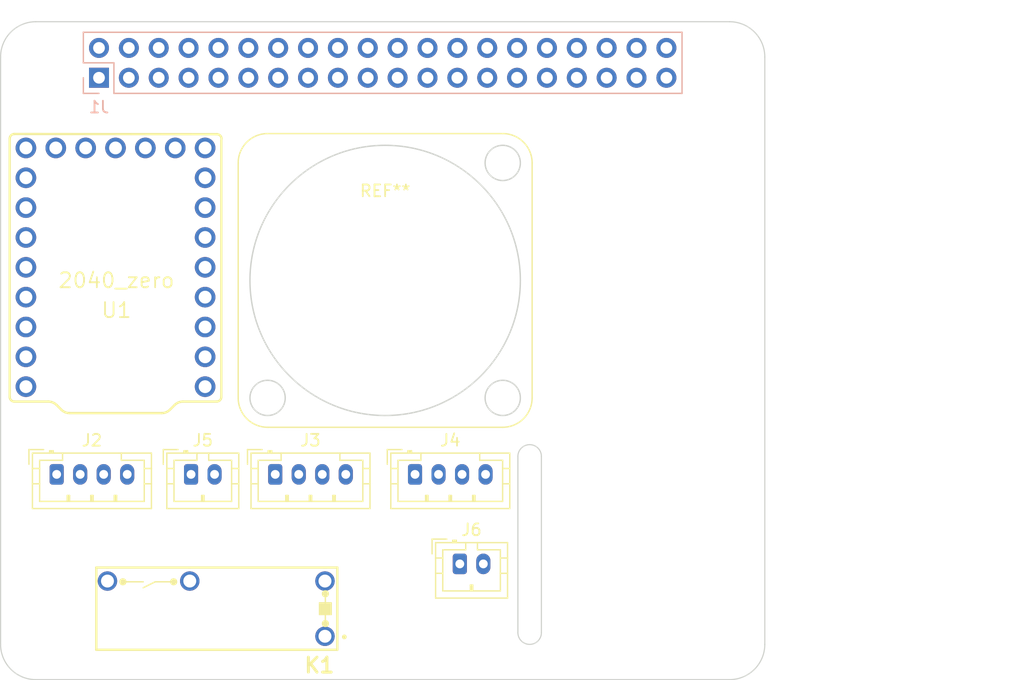
<source format=kicad_pcb>
(kicad_pcb (version 20211014) (generator pcbnew)
  (title_block (date "15 nov 2012"))
  (layers (0 "F.Cu" signal) (31 "B.Cu" signal) (34 "B.Paste" user) (35 "F.Paste" user) (36 "B.SilkS" user "B.Silkscreen") (37 "F.SilkS" user "F.Silkscreen") (38 "B.Mask" user) (39 "F.Mask" user) (44 "Edge.Cuts" user))
  (net 0 "")
  (net 1 "GND")
  (net 2 "RPi_3V3")
  (net 3 "RPi_5V")
  (net 4 "PRi_2")
  (net 5 "PRi_3")
  (net 6 "PRi_4")
  (net 7 "PRi_14")
  (net 8 "PRi_15")
  (net 9 "PRi_17")
  (net 10 "PRi_18")
  (net 11 "PRi_27")
  (net 12 "PRi_22")
  (net 13 "PRi_23")
  (net 14 "PRi_24")
  (net 15 "PRi_10")
  (net 16 "PRi_9")
  (net 17 "PRi_25")
  (net 18 "PRi_11")
  (net 19 "/ID_SDA")
  (net 20 "/ID_SCL")
  (net 21 "PRi_8")
  (net 22 "PRi_7")
  (net 23 "PRi_5")
  (net 24 "PRi_6")
  (net 25 "PRi_12")
  (net 26 "PRi_13")
  (net 27 "PRi_19")
  (net 28 "PRi_16")
  (net 29 "PRi_26")
  (net 30 "PRi_20")
  (net 31 "PRi_21")
  (net 32 "Pico_0")
  (net 33 "Pico_1")
  (net 34 "Pico_2")
  (net 35 "Pico_3")
  (net 36 "Pico_4")
  (net 37 "Pico_5")
  (net 38 "Pico_6")
  (net 39 "Pico_7")
  (net 40 "Pico_8")
  (net 41 "Pico_9")
  (net 42 "Pico_10")
  (net 43 "Pico_11")
  (net 44 "Pico_12")
  (net 45 "Pico_13")
  (net 46 "Pico_14")
  (net 47 "Pico_15")
  (net 48 "Pico_26")
  (net 49 "Pico_27")
  (net 50 "Pico_28")
  (net 51 "Pico_29")
  (net 52 "Pico_3V3")
  (net 53 "Pico_5V")
  (footprint "MountingHole:MountingHole_2.7mm_M2.5" (layer "F.Cu") (at 158 51)
    (fp_text reference "MH2" hide)
    (fp_text value "MountingHole_2.7mm_M2.5" hide)
    (pad "" np_thru_hole circle locked (at 0 0) (size 2.7 2.7) (drill 2.7) (layers *.Cu *.Mask))
  )
  (footprint "Connector_JST:JST_PH_B4B-PH-K_1x04_P2.00mm_Vertical" (layer "F.Cu") (at 101.27 86.03)
    (fp_text reference "J2" (at 3 -2.9) (layer "F.SilkS"))
    (fp_text value "start button")
    (fp_line (start 8.06 -0.5) (end 7.45 -0.5) (layer "F.SilkS") (width 0.12))
    (fp_line (start 1.1 1.8) (end 1.1 2.3) (layer "F.SilkS") (width 0.12))
    (fp_line (start 0.9 2.3) (end 0.9 1.8) (layer "F.SilkS") (width 0.12))
    (fp_line (start 3 2.3) (end 3 1.8) (layer "F.SilkS") (width 0.12))
    (fp_line (start 2.9 1.8) (end 3.1 1.8) (layer "F.SilkS") (width 0.12))
    (fp_line (start 0.9 1.8) (end 1.1 1.8) (layer "F.SilkS") (width 0.12))
    (fp_line (start 5.5 -1.2) (end 5.5 -1.81) (layer "F.SilkS") (width 0.12))
    (fp_line (start -2.06 2.91) (end 8.06 2.91) (layer "F.SilkS") (width 0.12))
    (fp_line (start -1.45 -1.2) (end -1.45 2.3) (layer "F.SilkS") (width 0.12))
    (fp_line (start 8.06 2.91) (end 8.06 -1.81) (layer "F.SilkS") (width 0.12))
    (fp_line (start 7.45 -1.2) (end 5.5 -1.2) (layer "F.SilkS") (width 0.12))
    (fp_line (start 1 2.3) (end 1 1.8) (layer "F.SilkS") (width 0.12))
    (fp_line (start -0.3 -1.81) (end -0.3 -2.01) (layer "F.SilkS") (width 0.12))
    (fp_line (start -0.3 -2.01) (end -0.6 -2.01) (layer "F.SilkS") (width 0.12))
    (fp_line (start -1.45 2.3) (end 7.45 2.3) (layer "F.SilkS") (width 0.12))
    (fp_line (start 3.1 1.8) (end 3.1 2.3) (layer "F.SilkS") (width 0.12))
    (fp_line (start -2.06 -1.81) (end -2.06 2.91) (layer "F.SilkS") (width 0.12))
    (fp_line (start 4.9 1.8) (end 5.1 1.8) (layer "F.SilkS") (width 0.12))
    (fp_line (start -1.11 -2.11) (end -2.36 -2.11) (layer "F.SilkS") (width 0.12))
    (fp_line (start 5 2.3) (end 5 1.8) (layer "F.SilkS") (width 0.12))
    (fp_line (start 8.06 0.8) (end 7.45 0.8) (layer "F.SilkS") (width 0.12))
    (fp_line (start 4.9 2.3) (end 4.9 1.8) (layer "F.SilkS") (width 0.12))
    (fp_line (start -2.06 0.8) (end -1.45 0.8) (layer "F.SilkS") (width 0.12))
    (fp_line (start -0.3 -1.91) (end -0.6 -1.91) (layer "F.SilkS") (width 0.12))
    (fp_line (start 0.5 -1.2) (end -1.45 -1.2) (layer "F.SilkS") (width 0.12))
    (fp_line (start 8.06 -1.81) (end -2.06 -1.81) (layer "F.SilkS") (width 0.12))
    (fp_line (start 5.1 1.8) (end 5.1 2.3) (layer "F.SilkS") (width 0.12))
    (fp_line (start 7.45 2.3) (end 7.45 -1.2) (layer "F.SilkS") (width 0.12))
    (fp_line (start -2.06 -0.5) (end -1.45 -0.5) (layer "F.SilkS") (width 0.12))
    (fp_line (start 2.9 2.3) (end 2.9 1.8) (layer "F.SilkS") (width 0.12))
    (fp_line (start -2.36 -2.11) (end -2.36 -0.86) (layer "F.SilkS") (width 0.12))
    (fp_line (start 0.5 -1.81) (end 0.5 -1.2) (layer "F.SilkS") (width 0.12))
    (fp_line (start -0.6 -2.01) (end -0.6 -1.81) (layer "F.SilkS") (width 0.12))
    (pad "1" thru_hole roundrect (at 0 0) (size 1.2 1.75) (drill 0.75) (layers *.Cu *.Mask) (roundrect_rratio 0.208333))
    (pad "2" thru_hole oval (at 2 0) (size 1.2 1.75) (drill 0.75) (layers *.Cu *.Mask))
    (pad "3" thru_hole oval (at 4 0) (size 1.2 1.75) (drill 0.75) (layers *.Cu *.Mask))
    (pad "4" thru_hole oval (at 6 0) (size 1.2 1.75) (drill 0.75) (layers *.Cu *.Mask))
  )
  (footprint "Connector_JST:JST_PH_B4B-PH-K_1x04_P2.00mm_Vertical" (layer "F.Cu") (at 131.75 86.03)
    (fp_text reference "J4" (at 3 -2.9) (layer "F.SilkS"))
    (fp_text value "RPi_relay")
    (fp_line (start 2.9 2.3) (end 2.9 1.8) (layer "F.SilkS") (width 0.12))
    (fp_line (start -2.36 -2.11) (end -2.36 -0.86) (layer "F.SilkS") (width 0.12))
    (fp_line (start 3.1 1.8) (end 3.1 2.3) (layer "F.SilkS") (width 0.12))
    (fp_line (start 4.9 1.8) (end 5.1 1.8) (layer "F.SilkS") (width 0.12))
    (fp_line (start -0.6 -2.01) (end -0.6 -1.81) (layer "F.SilkS") (width 0.12))
    (fp_line (start -0.3 -1.81) (end -0.3 -2.01) (layer "F.SilkS") (width 0.12))
    (fp_line (start 3 2.3) (end 3 1.8) (layer "F.SilkS") (width 0.12))
    (fp_line (start 0.9 1.8) (end 1.1 1.8) (layer "F.SilkS") (width 0.12))
    (fp_line (start -2.06 -0.5) (end -1.45 -0.5) (layer "F.SilkS") (width 0.12))
    (fp_line (start 8.06 2.91) (end 8.06 -1.81) (layer "F.SilkS") (width 0.12))
    (fp_line (start 5.1 1.8) (end 5.1 2.3) (layer "F.SilkS") (width 0.12))
    (fp_line (start -1.45 -1.2) (end -1.45 2.3) (layer "F.SilkS") (width 0.12))
    (fp_line (start -1.11 -2.11) (end -2.36 -2.11) (layer "F.SilkS") (width 0.12))
    (fp_line (start 8.06 -1.81) (end -2.06 -1.81) (layer "F.SilkS") (width 0.12))
    (fp_line (start 1.1 1.8) (end 1.1 2.3) (layer "F.SilkS") (width 0.12))
    (fp_line (start -0.3 -2.01) (end -0.6 -2.01) (layer "F.SilkS") (width 0.12))
    (fp_line (start -2.06 2.91) (end 8.06 2.91) (layer "F.SilkS") (width 0.12))
    (fp_line (start 5.5 -1.2) (end 5.5 -1.81) (layer "F.SilkS") (width 0.12))
    (fp_line (start 8.06 -0.5) (end 7.45 -0.5) (layer "F.SilkS") (width 0.12))
    (fp_line (start -1.45 2.3) (end 7.45 2.3) (layer "F.SilkS") (width 0.12))
    (fp_line (start 4.9 2.3) (end 4.9 1.8) (layer "F.SilkS") (width 0.12))
    (fp_line (start -2.06 -1.81) (end -2.06 2.91) (layer "F.SilkS") (width 0.12))
    (fp_line (start 8.06 0.8) (end 7.45 0.8) (layer "F.SilkS") (width 0.12))
    (fp_line (start -2.06 0.8) (end -1.45 0.8) (layer "F.SilkS") (width 0.12))
    (fp_line (start 0.5 -1.2) (end -1.45 -1.2) (layer "F.SilkS") (width 0.12))
    (fp_line (start 2.9 1.8) (end 3.1 1.8) (layer "F.SilkS") (width 0.12))
    (fp_line (start 0.5 -1.81) (end 0.5 -1.2) (layer "F.SilkS") (width 0.12))
    (fp_line (start 7.45 2.3) (end 7.45 -1.2) (layer "F.SilkS") (width 0.12))
    (fp_line (start 0.9 2.3) (end 0.9 1.8) (layer "F.SilkS") (width 0.12))
    (fp_line (start 5 2.3) (end 5 1.8) (layer "F.SilkS") (width 0.12))
    (fp_line (start 7.45 -1.2) (end 5.5 -1.2) (layer "F.SilkS") (width 0.12))
    (fp_line (start -0.3 -1.91) (end -0.6 -1.91) (layer "F.SilkS") (width 0.12))
    (fp_line (start 1 2.3) (end 1 1.8) (layer "F.SilkS") (width 0.12))
    (pad "1" thru_hole roundrect (at 0 0) (size 1.2 1.75) (drill 0.75) (layers *.Cu *.Mask) (roundrect_rratio 0.208333))
    (pad "2" thru_hole oval (at 2 0) (size 1.2 1.75) (drill 0.75) (layers *.Cu *.Mask))
    (pad "3" thru_hole oval (at 4 0) (size 1.2 1.75) (drill 0.75) (layers *.Cu *.Mask))
    (pad "4" thru_hole oval (at 6 0) (size 1.2 1.75) (drill 0.75) (layers *.Cu *.Mask))
  )
  (footprint "pixeltrace:rp2040_zero" (layer "F.Cu") (at 115.275 70.916591 180)
    (fp_text reference "U1" (at 8.925 -1.143409) (layer "F.SilkS") (effects (font (size 1.27 1.27))))
    (fp_text value "2040_zero" (at 8.925 1.396591) (layer "F.SilkS") (effects (font (size 1.27 1.27))))
    (fp_line (start 0.4 -8.917619) (end 3.265788 -8.917619) (layer "F.SilkS") (width 0.2))
    (fp_line (start 0.381 13.843) (end 17.6 13.862) (layer "F.SilkS") (width 0.2))
    (fp_line (start 18 -8.517619) (end 18 13.462) (layer "F.SilkS") (width 0.2))
    (fp_line (start 13.612893 -9.604725) (end 14.007106 -9.210512) (layer "F.SilkS") (width 0.2))
    (fp_line (start 14.714212 -8.917619) (end 17.6 -8.917619) (layer "F.SilkS") (width 0.2))
    (fp_line (start 3.972894 -9.210512) (end 4.367107 -9.604725) (layer "F.SilkS") (width 0.2))
    (fp_line (start 5.074213 -9.897619) (end 12.905787 -9.897619) (layer "F.SilkS") (width 0.2))
    (fp_line (start 0 13.335) (end 0 -8.517619) (layer "F.SilkS") (width 0.2))
    (fp_arc (start 17.6 -8.917619) (mid 17.882849 -8.800463) (end 18 -8.517619) (layer "F.SilkS") (width 0.2))
    (fp_arc (start 12.905787 -9.897619) (mid 13.288468 -9.821498) (end 13.612892 -9.604725) (layer "F.SilkS") (width 0.2))
    (fp_arc (start 0.381 13.843) (mid 0.098157 13.725843) (end -0.019 13.443) (layer "F.SilkS") (width 0.2))
    (fp_arc (start 14.714211 -8.917619) (mid 14.331527 -8.993737) (end 14.007106 -9.210512) (layer "F.SilkS") (width 0.2))
    (fp_arc (start 4.367107 -9.604725) (mid 4.691532 -9.821501) (end 5.074213 -9.89762) (layer "F.SilkS") (width 0.2))
    (fp_arc (start 3.972893 -9.210512) (mid 3.648471 -8.99374) (end 3.265788 -8.917619) (layer "F.SilkS") (width 0.2))
    (fp_arc (start 0 -8.517619) (mid 0.117157 -8.800462) (end 0.4 -8.917619) (layer "F.SilkS") (width 0.2))
    (fp_arc (start 18 13.462) (mid 17.882843 13.744843) (end 17.6 13.862) (layer "F.SilkS") (width 0.2))
    (pad "0" thru_hole circle (at 16.62 -7.647619 180) (size 1.7526 1.7526) (drill 1.0922) (layers *.Cu *.Mask) (net 32 "Pico_0"))
    (pad "1" thru_hole circle (at 16.62 -5.107619 180) (size 1.7526 1.7526) (drill 1.0922) (layers *.Cu *.Mask) (net 33 "Pico_1"))
    (pad "2" thru_hole circle (at 16.62 -2.567619 180) (size 1.7526 1.7526) (drill 1.0922) (layers *.Cu *.Mask) (net 34 "Pico_2"))
    (pad "3" thru_hole circle (at 16.62 -0.027619 180) (size 1.7526 1.7526) (drill 1.0922) (layers *.Cu *.Mask) (net 35 "Pico_3"))
    (pad "4" thru_hole circle (at 16.62 2.512381 180) (size 1.7526 1.7526) (drill 1.0922) (layers *.Cu *.Mask) (net 36 "Pico_4"))
    (pad "5" thru_hole circle (at 16.62 5.052381 180) (size 1.7526 1.7526) (drill 1.0922) (layers *.Cu *.Mask) (net 37 "Pico_5"))
    (pad "6" thru_hole circle (at 16.62 7.592381 180) (size 1.7526 1.7526) (drill 1.0922) (layers *.Cu *.Mask) (net 38 "Pico_6"))
    (pad "7" thru_hole circle (at 16.62 10.132381 180) (size 1.7526 1.7526) (drill 1.0922) (layers *.Cu *.Mask) (net 39 "Pico_7"))
    (pad "8" thru_hole circle (at 16.62 12.672381 180) (size 1.7526 1.7526) (drill 1.0922) (layers *.Cu *.Mask) (net 40 "Pico_8"))
    (pad "9" thru_hole circle (at 14.08 12.672381 270) (size 1.7526 1.7526) (drill 1.0922) (layers *.Cu *.Mask) (net 41 "Pico_9"))
    (pad "10" thru_hole circle (at 11.54 12.672381 270) (size 1.7526 1.7526) (drill 1.0922) (layers *.Cu *.Mask) (net 42 "Pico_10"))
    (pad "11" thru_hole circle (at 9 12.672381 270) (size 1.7526 1.7526) (drill 1.0922) (layers *.Cu *.Mask) (net 43 "Pico_11"))
    (pad "12" thru_hole circle (at 6.46 12.672381 270) (size 1.7526 1.7526) (drill 1.0922) (layers *.Cu *.Mask) (net 44 "Pico_12"))
    (pad "13" thru_hole circle (at 3.92 12.672381 270) (size 1.7526 1.7526) (drill 1.0922) (layers *.Cu *.Mask) (net 45 "Pico_13"))
    (pad "14" thru_hole circle (at 1.38 12.672381 180) (size 1.7526 1.7526) (drill 1.0922) (layers *.Cu *.Mask) (net 46 "Pico_14"))
    (pad "15" thru_hole circle (at 1.38 10.132381 180) (size 1.7526 1.7526) (drill 1.0922) (layers *.Cu *.Mask) (net 47 "Pico_15"))
    (pad "26" thru_hole circle (at 1.38 7.592381 180) (size 1.7526 1.7526) (drill 1.0922) (layers *.Cu *.Mask) (net 48 "Pico_26"))
    (pad "27" thru_hole circle (at 1.38 5.052381 180) (size 1.7526 1.7526) (drill 1.0922) (layers *.Cu *.Mask) (net 49 "Pico_27"))
    (pad "28" thru_hole circle (at 1.38 2.512381 180) (size 1.7526 1.7526) (drill 1.0922) (layers *.Cu *.Mask) (net 50 "Pico_28"))
    (pad "29" thru_hole circle (at 1.38 -0.027619 180) (size 1.7526 1.7526) (drill 1.0922) (layers *.Cu *.Mask) (net 51 "Pico_29"))
    (pad "30" thru_hole circle (at 1.38 -2.567619 180) (size 1.7526 1.7526) (drill 1.0922) (layers *.Cu *.Mask) (net 52 "Pico_3V3"))
    (pad "31" thru_hole circle (at 1.38 -5.107619 180) (size 1.7526 1.7526) (drill 1.0922) (layers *.Cu *.Mask) (net 1 "GND"))
    (pad "32" thru_hole circle (at 1.38 -7.647619 180) (size 1.7526 1.7526) (drill 1.0922) (layers *.Cu *.Mask) (net 53 "Pico_5V"))
  )
  (footprint "MountingHole:MountingHole_2.7mm_M2.5" (layer "F.Cu") (at 100 100)
    (fp_text reference "MH3" hide)
    (fp_text value "MountingHole_2.7mm_M2.5" hide)
    (pad "" np_thru_hole circle locked (at 0 0) (size 2.7 2.7) (drill 2.7) (layers *.Cu *.Mask))
  )
  (footprint "MountingHole:MountingHole_2.7mm_M2.5" (layer "F.Cu") (at 100 51)
    (fp_text reference "MH1" hide)
    (fp_text value "MountingHole_2.7mm_M2.5" hide)
    (pad "" np_thru_hole circle locked (at 0 0) (size 2.7 2.7) (drill 2.7) (layers *.Cu *.Mask))
  )
  (footprint "Connector_JST:JST_PH_B4B-PH-K_1x04_P2.00mm_Vertical" (layer "F.Cu") (at 119.86 86.03)
    (fp_text reference "J3" (at 3 -2.9) (layer "F.SilkS"))
    (fp_text value "i2C Oled")
    (fp_line (start 1 2.3) (end 1 1.8) (layer "F.SilkS") (width 0.12))
    (fp_line (start -0.3 -2.01) (end -0.6 -2.01) (layer "F.SilkS") (width 0.12))
    (fp_line (start 3.1 1.8) (end 3.1 2.3) (layer "F.SilkS") (width 0.12))
    (fp_line (start 5.1 1.8) (end 5.1 2.3) (layer "F.SilkS") (width 0.12))
    (fp_line (start -1.11 -2.11) (end -2.36 -2.11) (layer "F.SilkS") (width 0.12))
    (fp_line (start 8.06 2.91) (end 8.06 -1.81) (layer "F.SilkS") (width 0.12))
    (fp_line (start 5 2.3) (end 5 1.8) (layer "F.SilkS") (width 0.12))
    (fp_line (start 8.06 0.8) (end 7.45 0.8) (layer "F.SilkS") (width 0.12))
    (fp_line (start 7.45 -1.2) (end 5.5 -1.2) (layer "F.SilkS") (width 0.12))
    (fp_line (start 2.9 1.8) (end 3.1 1.8) (layer "F.SilkS") (width 0.12))
    (fp_line (start 8.06 -1.81) (end -2.06 -1.81) (layer "F.SilkS") (width 0.12))
    (fp_line (start 4.9 1.8) (end 5.1 1.8) (layer "F.SilkS") (width 0.12))
    (fp_line (start 8.06 -0.5) (end 7.45 -0.5) (layer "F.SilkS") (width 0.12))
    (fp_line (start -2.06 0.8) (end -1.45 0.8) (layer "F.SilkS") (width 0.12))
    (fp_line (start -0.3 -1.91) (end -0.6 -1.91) (layer "F.SilkS") (width 0.12))
    (fp_line (start 0.5 -1.2) (end -1.45 -1.2) (layer "F.SilkS") (width 0.12))
    (fp_line (start -1.45 2.3) (end 7.45 2.3) (layer "F.SilkS") (width 0.12))
    (fp_line (start 0.9 2.3) (end 0.9 1.8) (layer "F.SilkS") (width 0.12))
    (fp_line (start -0.6 -2.01) (end -0.6 -1.81) (layer "F.SilkS") (width 0.12))
    (fp_line (start 7.45 2.3) (end 7.45 -1.2) (layer "F.SilkS") (width 0.12))
    (fp_line (start 4.9 2.3) (end 4.9 1.8) (layer "F.SilkS") (width 0.12))
    (fp_line (start 1.1 1.8) (end 1.1 2.3) (layer "F.SilkS") (width 0.12))
    (fp_line (start -2.06 -0.5) (end -1.45 -0.5) (layer "F.SilkS") (width 0.12))
    (fp_line (start -1.45 -1.2) (end -1.45 2.3) (layer "F.SilkS") (width 0.12))
    (fp_line (start 3 2.3) (end 3 1.8) (layer "F.SilkS") (width 0.12))
    (fp_line (start -0.3 -1.81) (end -0.3 -2.01) (layer "F.SilkS") (width 0.12))
    (fp_line (start -2.06 -1.81) (end -2.06 2.91) (layer "F.SilkS") (width 0.12))
    (fp_line (start 0.5 -1.81) (end 0.5 -1.2) (layer "F.SilkS") (width 0.12))
    (fp_line (start -2.06 2.91) (end 8.06 2.91) (layer "F.SilkS") (width 0.12))
    (fp_line (start 2.9 2.3) (end 2.9 1.8) (layer "F.SilkS") (width 0.12))
    (fp_line (start -2.36 -2.11) (end -2.36 -0.86) (layer "F.SilkS") (width 0.12))
    (fp_line (start 0.9 1.8) (end 1.1 1.8) (layer "F.SilkS") (width 0.12))
    (fp_line (start 5.5 -1.2) (end 5.5 -1.81) (layer "F.SilkS") (width 0.12))
    (pad "1" thru_hole roundrect (at 0 0) (size 1.2 1.75) (drill 0.75) (layers *.Cu *.Mask) (roundrect_rratio 0.208333))
    (pad "2" thru_hole oval (at 2 0) (size 1.2 1.75) (drill 0.75) (layers *.Cu *.Mask))
    (pad "3" thru_hole oval (at 4 0) (size 1.2 1.75) (drill 0.75) (layers *.Cu *.Mask))
    (pad "4" thru_hole oval (at 6 0) (size 1.2 1.75) (drill 0.75) (layers *.Cu *.Mask))
  )
  (footprint "MountingHole:MountingHole_2.7mm_M2.5" (layer "F.Cu") (at 158 100)
    (fp_text reference "MH4" hide)
    (fp_text value "MountingHole_2.7mm_M2.5" hide)
    (pad "" np_thru_hole circle locked (at 0 0) (size 2.7 2.7) (drill 2.7) (layers *.Cu *.Mask))
  )
  (footprint "pixeltrace:Fan2510" (layer "F.Cu") (at 129.21 69.52)
    (fp_text reference "REF**" (at 0 -7.62 unlocked) (layer "F.SilkS"))
    (fp_text value "Fan2510")
    (fp_line (start -10 12.5) (end 10 12.5) (layer "F.SilkS") (width 0.12))
    (fp_line (start -12.5 10) (end -12.5 -10) (layer "F.SilkS") (width 0.12))
    (fp_line (start 12.5 10) (end 12.5 -10) (layer "F.SilkS") (width 0.12))
    (fp_line (start -10 -12.5) (end 10 -12.5) (layer "F.SilkS") (width 0.12))
    (fp_arc (start -10 12.5) (mid -11.767767 11.767767) (end -12.5 10) (layer "F.SilkS") (width 0.12))
    (fp_arc (start 12.5 10) (mid 11.767767 11.767767) (end 10 12.5) (layer "F.SilkS") (width 0.12))
    (fp_arc (start -12.5 -10) (mid -11.767767 -11.767767) (end -10 -12.5) (layer "F.SilkS") (width 0.12))
    (fp_arc (start 10 -12.5) (mid 11.767767 -11.767767) (end 12.5 -10) (layer "F.SilkS") (width 0.12))
    (fp_circle (center 10 -10) (end 11.5 -10) (layer "Edge.Cuts") (width 0.12) (fill none))
    (fp_circle (center 0 0) (end 11.5 0) (layer "Edge.Cuts") (width 0.12) (fill none))
    (fp_circle (center -10 10) (end -8.5 10) (layer "Edge.Cuts") (width 0.12) (fill none))
    (fp_circle (center 10 10) (end 11.5 10) (layer "Edge.Cuts") (width 0.12) (fill none))
  )
  (footprint "Connector_JST:JST_PH_B2B-PH-K_1x02_P2.00mm_Vertical" (layer "F.Cu") (at 112.7 86.03)
    (fp_text reference "J5" (at 1 -2.9) (layer "F.SilkS"))
    (fp_text value "Fan")
    (fp_line (start 4.06 0.8) (end 3.45 0.8) (layer "F.SilkS") (width 0.12))
    (fp_line (start 1.1 1.8) (end 1.1 2.3) (layer "F.SilkS") (width 0.12))
    (fp_line (start -1.11 -2.11) (end -2.36 -2.11) (layer "F.SilkS") (width 0.12))
    (fp_line (start -1.45 -1.2) (end -1.45 2.3) (layer "F.SilkS") (width 0.12))
    (fp_line (start -0.3 -1.91) (end -0.6 -1.91) (layer "F.SilkS") (width 0.12))
    (fp_line (start -1.45 2.3) (end 3.45 2.3) (layer "F.SilkS") (width 0.12))
    (fp_line (start -2.36 -2.11) (end -2.36 -0.86) (layer "F.SilkS") (width 0.12))
    (fp_line (start 0.9 1.8) (end 1.1 1.8) (layer "F.SilkS") (width 0.12))
    (fp_line (start 0.5 -1.81) (end 0.5 -1.2) (layer "F.SilkS") (width 0.12))
    (fp_line (start 3.45 2.3) (end 3.45 -1.2) (layer "F.SilkS") (width 0.12))
    (fp_line (start 4.06 2.91) (end 4.06 -1.81) (layer "F.SilkS") (width 0.12))
    (fp_line (start 1.5 -1.2) (end 1.5 -1.81) (layer "F.SilkS") (width 0.12))
    (fp_line (start -2.06 2.91) (end 4.06 2.91) (layer "F.SilkS") (width 0.12))
    (fp_line (start -0.6 -2.01) (end -0.6 -1.81) (layer "F.SilkS") (width 0.12))
    (fp_line (start 0.5 -1.2) (end -1.45 -1.2) (layer "F.SilkS") (width 0.12))
    (fp_line (start 4.06 -1.81) (end -2.06 -1.81) (layer "F.SilkS") (width 0.12))
    (fp_line (start 3.45 -1.2) (end 1.5 -1.2) (layer "F.SilkS") (width 0.12))
    (fp_line (start 0.9 2.3) (end 0.9 1.8) (layer "F.SilkS") (width 0.12))
    (fp_line (start -2.06 -1.81) (end -2.06 2.91) (layer "F.SilkS") (width 0.12))
    (fp_line (start -2.06 0.8) (end -1.45 0.8) (layer "F.SilkS") (width 0.12))
    (fp_line (start 4.06 -0.5) (end 3.45 -0.5) (layer "F.SilkS") (width 0.12))
    (fp_line (start -0.3 -2.01) (end -0.6 -2.01) (layer "F.SilkS") (width 0.12))
    (fp_line (start 1 2.3) (end 1 1.8) (layer "F.SilkS") (width 0.12))
    (fp_line (start -0.3 -1.81) (end -0.3 -2.01) (layer "F.SilkS") (width 0.12))
    (fp_line (start -2.06 -0.5) (end -1.45 -0.5) (layer "F.SilkS") (width 0.12))
    (pad "1" thru_hole roundrect (at 0 0) (size 1.2 1.75) (drill 0.75) (layers *.Cu *.Mask) (roundrect_rratio 0.208333))
    (pad "2" thru_hole oval (at 2 0) (size 1.2 1.75) (drill 0.75) (layers *.Cu *.Mask))
  )
  (footprint "pixeltrace:HF46F" (layer "F.Cu") (at 125.141 97.46 180)
    (fp_text reference "K1" (at 1.524 -4.826) (layer "F.SilkS") (effects (font (size 1.27 1.27) (thickness 0.254))))
    (fp_text value "HF46F" hide)
    (fp_line (start 20.5 3.5) (end 0 3.5) (layer "F.SilkS") (width 0.2))
    (fp_line (start 0 3.5) (end 0 -3.5) (layer "F.SilkS") (width 0.2))
    (fp_line (start 15.494 2.286) (end 13.9192 2.286) (layer "F.SilkS") (width 0.12))
    (fp_line (start 18.2372 2.286) (end 16.51 2.286) (layer "F.SilkS") (width 0.12))
    (fp_line (start 0 -3.5) (end 20.5 -3.5) (layer "F.SilkS") (width 0.2))
    (fp_line (start 20.5 -3.5) (end 20.5 3.5) (layer "F.SilkS") (width 0.2))
    (fp_line (start 15.494 2.286) (end 16.51 1.778) (layer "F.SilkS") (width 0.12))
    (fp_line (start 1.016 -1.27) (end 1.016 1.27) (layer "F.SilkS") (width 0.12))
    (fp_circle (center 1.016 -1.27) (end 1.0668 -1.27) (layer "F.SilkS") (width 0.254) (fill none))
    (fp_circle (center 13.9192 2.286) (end 13.97 2.286) (layer "F.SilkS") (width 0.254) (fill none))
    (fp_circle (center 1.016 1.27) (end 1.0668 1.27) (layer "F.SilkS") (width 0.254) (fill none))
    (fp_circle (center -0.596 -2.406) (end -0.596 -2.304) (layer "F.SilkS") (width 0.2) (fill none))
    (fp_circle (center 18.2372 2.286) (end 18.288 2.286) (layer "F.SilkS") (width 0.254) (fill none))
    (fp_poly (pts (xy 0.508 -0.508) (xy 0.508 0.508) (xy 1.524 0.508) (xy 1.524 -0.508)) (layer "F.SilkS") (width 0.1) (fill solid))
    (pad "1" thru_hole circle (at 1.05 -2.35 180) (size 1.65 1.65) (drill 1.1) (layers *.Cu *.Mask))
    (pad "2" thru_hole circle (at 1.05 2.35 180) (size 1.65 1.65) (drill 1.1) (layers *.Cu *.Mask))
    (pad "3" thru_hole circle (at 12.55 2.35 180) (size 1.65 1.65) (drill 1.1) (layers *.Cu *.Mask))
    (pad "4" thru_hole circle (at 19.55 2.35 180) (size 1.65 1.65) (drill 1.1) (layers *.Cu *.Mask))
  )
  (footprint "Connector_JST:JST_PH_B2B-PH-K_1x02_P2.00mm_Vertical" (layer "F.Cu") (at 135.56 93.65)
    (fp_text reference "J6" (at 1 -2.9) (layer "F.SilkS"))
    (fp_text value "Chamber_LED")
    (fp_line (start -1.45 -1.2) (end -1.45 2.3) (layer "F.SilkS") (width 0.12))
    (fp_line (start 3.45 2.3) (end 3.45 -1.2) (layer "F.SilkS") (width 0.12))
    (fp_line (start -1.45 2.3) (end 3.45 2.3) (layer "F.SilkS") (width 0.12))
    (fp_line (start -2.06 0.8) (end -1.45 0.8) (layer "F.SilkS") (width 0.12))
    (fp_line (start -2.06 -0.5) (end -1.45 -0.5) (layer "F.SilkS") (width 0.12))
    (fp_line (start 1.5 -1.2) (end 1.5 -1.81) (layer "F.SilkS") (width 0.12))
    (fp_line (start 3.45 -1.2) (end 1.5 -1.2) (layer "F.SilkS") (width 0.12))
    (fp_line (start -0.3 -1.91) (end -0.6 -1.91) (layer "F.SilkS") (width 0.12))
    (fp_line (start 0.9 1.8) (end 1.1 1.8) (layer "F.SilkS") (width 0.12))
    (fp_line (start 0.9 2.3) (end 0.9 1.8) (layer "F.SilkS") (width 0.12))
    (fp_line (start -0.3 -1.81) (end -0.3 -2.01) (layer "F.SilkS") (width 0.12))
    (fp_line (start 1 2.3) (end 1 1.8) (layer "F.SilkS") (width 0.12))
    (fp_line (start 4.06 0.8) (end 3.45 0.8) (layer "F.SilkS") (width 0.12))
    (fp_line (start 4.06 -1.81) (end -2.06 -1.81) (layer "F.SilkS") (width 0.12))
    (fp_line (start 4.06 2.91) (end 4.06 -1.81) (layer "F.SilkS") (width 0.12))
    (fp_line (start 0.5 -1.81) (end 0.5 -1.2) (layer "F.SilkS") (width 0.12))
    (fp_line (start 0.5 -1.2) (end -1.45 -1.2) (layer "F.SilkS") (width 0.12))
    (fp_line (start -0.6 -2.01) (end -0.6 -1.81) (layer "F.SilkS") (width 0.12))
    (fp_line (start -2.06 -1.81) (end -2.06 2.91) (layer "F.SilkS") (width 0.12))
    (fp_line (start 4.06 -0.5) (end 3.45 -0.5) (layer "F.SilkS") (width 0.12))
    (fp_line (start -2.36 -2.11) (end -2.36 -0.86) (layer "F.SilkS") (width 0.12))
    (fp_line (start 1.1 1.8) (end 1.1 2.3) (layer "F.SilkS") (width 0.12))
    (fp_line (start -0.3 -2.01) (end -0.6 -2.01) (layer "F.SilkS") (width 0.12))
    (fp_line (start -1.11 -2.11) (end -2.36 -2.11) (layer "F.SilkS") (width 0.12))
    (fp_line (start -2.06 2.91) (end 4.06 2.91) (layer "F.SilkS") (width 0.12))
    (pad "1" thru_hole roundrect (at 0 0) (size 1.2 1.75) (drill 0.75) (layers *.Cu *.Mask) (roundrect_rratio 0.208333))
    (pad "2" thru_hole oval (at 2 0) (size 1.2 1.75) (drill 0.75) (layers *.Cu *.Mask))
  )
  (footprint "Connector_PinSocket_2.54mm:PinSocket_2x20_P2.54mm_Vertical" (layer "B.Cu") (at 104.87 52.27 -90)
    (fp_text reference "J1" (at 2.5 0) (layer "B.SilkS") (effects (justify mirror)))
    (fp_text value "GPIO")
    (fp_line (start 1.33 -1.27) (end 1.33 -49.59) (layer "B.SilkS") (width 0.12))
    (fp_line (start -1.27 -1.27) (end 1.33 -1.27) (layer "B.SilkS") (width 0.12))
    (fp_line (start -3.87 1.33) (end -3.87 -49.59) (layer "B.SilkS") (width 0.12))
    (fp_line (start -3.87 -49.59) (end 1.33 -49.59) (layer "B.SilkS") (width 0.12))
    (fp_line (start 0 1.33) (end 1.33 1.33) (layer "B.SilkS") (width 0.12))
    (fp_line (start -3.87 1.33) (end -1.27 1.33) (layer "B.SilkS") (width 0.12))
    (fp_line (start 1.33 1.33) (end 1.33 0) (layer "B.SilkS") (width 0.12))
    (fp_line (start -1.27 1.33) (end -1.27 -1.27) (layer "B.SilkS") (width 0.12))
    (pad "1" thru_hole rect locked (at 0 0 270) (size 1.7 1.7) (drill 1) (layers *.Cu *.Mask) (net 2 "RPi_3V3"))
    (pad "2" thru_hole oval locked (at -2.54 0 270) (size 1.7 1.7) (drill 1) (layers *.Cu *.Mask) (net 3 "RPi_5V"))
    (pad "3" thru_hole oval locked (at 0 -2.54 270) (size 1.7 1.7) (drill 1) (layers *.Cu *.Mask) (net 4 "PRi_2"))
    (pad "4" thru_hole oval locked (at -2.54 -2.54 270) (size 1.7 1.7) (drill 1) (layers *.Cu *.Mask) (net 3 "RPi_5V"))
    (pad "5" thru_hole oval locked (at 0 -5.08 270) (size 1.7 1.7) (drill 1) (layers *.Cu *.Mask) (net 5 "PRi_3"))
    (pad "6" thru_hole oval locked (at -2.54 -5.08 270) (size 1.7 1.7) (drill 1) (layers *.Cu *.Mask) (net 1 "GND"))
    (pad "7" thru_hole oval locked (at 0 -7.62 270) (size 1.7 1.7) (drill 1) (layers *.Cu *.Mask) (net 6 "PRi_4"))
    (pad "8" thru_hole oval locked (at -2.54 -7.62 270) (size 1.7 1.7) (drill 1) (layers *.Cu *.Mask) (net 7 "PRi_14"))
    (pad "9" thru_hole oval locked (at 0 -10.16 270) (size 1.7 1.7) (drill 1) (layers *.Cu *.Mask) (net 1 "GND"))
    (pad "10" thru_hole oval locked (at -2.54 -10.16 270) (size 1.7 1.7) (drill 1) (layers *.Cu *.Mask) (net 8 "PRi_15"))
    (pad "11" thru_hole oval locked (at 0 -12.7 270) (size 1.7 1.7) (drill 1) (layers *.Cu *.Mask) (net 9 "PRi_17"))
    (pad "12" thru_hole oval locked (at -2.54 -12.7 270) (size 1.7 1.7) (drill 1) (layers *.Cu *.Mask) (net 10 "PRi_18"))
    (pad "13" thru_hole oval locked (at 0 -15.24 270) (size 1.7 1.7) (drill 1) (layers *.Cu *.Mask) (net 11 "PRi_27"))
    (pad "14" thru_hole oval locked (at -2.54 -15.24 270) (size 1.7 1.7) (drill 1) (layers *.Cu *.Mask) (net 1 "GND"))
    (pad "15" thru_hole oval locked (at 0 -17.78 270) (size 1.7 1.7) (drill 1) (layers *.Cu *.Mask) (net 12 "PRi_22"))
    (pad "16" thru_hole oval locked (at -2.54 -17.78 270) (size 1.7 1.7) (drill 1) (layers *.Cu *.Mask) (net 13 "PRi_23"))
    (pad "17" thru_hole oval locked (at 0 -20.32 270) (size 1.7 1.7) (drill 1) (layers *.Cu *.Mask) (net 2 "RPi_3V3"))
    (pad "18" thru_hole oval locked (at -2.54 -20.32 270) (size 1.7 1.7) (drill 1) (layers *.Cu *.Mask) (net 14 "PRi_24"))
    (pad "19" thru_hole oval locked (at 0 -22.86 270) (size 1.7 1.7) (drill 1) (layers *.Cu *.Mask) (net 15 "PRi_10"))
    (pad "20" thru_hole oval locked (at -2.54 -22.86 270) (size 1.7 1.7) (drill 1) (layers *.Cu *.Mask) (net 1 "GND"))
    (pad "21" thru_hole oval locked (at 0 -25.4 270) (size 1.7 1.7) (drill 1) (layers *.Cu *.Mask) (net 16 "PRi_9"))
    (pad "22" thru_hole oval locked (at -2.54 -25.4 270) (size 1.7 1.7) (drill 1) (layers *.Cu *.Mask) (net 17 "PRi_25"))
    (pad "23" thru_hole oval locked (at 0 -27.94 270) (size 1.7 1.7) (drill 1) (layers *.Cu *.Mask) (net 18 "PRi_11"))
    (pad "24" thru_hole oval locked (at -2.54 -27.94 270) (size 1.7 1.7) (drill 1) (layers *.Cu *.Mask) (net 21 "PRi_8"))
    (pad "25" thru_hole oval locked (at 0 -30.48 270) (size 1.7 1.7) (drill 1) (layers *.Cu *.Mask) (net 1 "GND"))
    (pad "26" thru_hole oval locked (at -2.54 -30.48 270) (size 1.7 1.7) (drill 1) (layers *.Cu *.Mask) (net 22 "PRi_7"))
    (pad "27" thru_hole oval locked (at 0 -33.02 270) (size 1.7 1.7) (drill 1) (layers *.Cu *.Mask) (net 19 "/ID_SDA"))
    (pad "28" thru_hole oval locked (at -2.54 -33.02 270) (size 1.7 1.7) (drill 1) (layers *.Cu *.Mask) (net 20 "/ID_SCL"))
    (pad "29" thru_hole oval locked (at 0 -35.56 270) (size 1.7 1.7) (drill 1) (layers *.Cu *.Mask) (net 23 "PRi_5"))
    (pad "30" thru_hole oval locked (at -2.54 -35.56 270) (size 1.7 1.7) (drill 1) (layers *.Cu *.Mask) (net 1 "GND"))
    (pad "31" thru_hole oval locked (at 0 -38.1 270) (size 1.7 1.7) (drill 1) (layers *.Cu *.Mask) (net 24 "PRi_6"))
    (pad "32" thru_hole oval locked (at -2.54 -38.1 270) (size 1.7 1.7) (drill 1) (layers *.Cu *.Mask) (net 25 "PRi_12"))
    (pad "33" thru_hole oval locked (at 0 -40.64 270) (size 1.7 1.7) (drill 1) (layers *.Cu *.Mask) (net 26 "PRi_13"))
    (pad "34" thru_hole oval locked (at -2.54 -40.64 270) (size 1.7 1.7) (drill 1) (layers *.Cu *.Mask) (net 1 "GND"))
    (pad "35" thru_hole oval locked (at 0 -43.18 270) (size 1.7 1.7) (drill 1) (layers *.Cu *.Mask) (net 27 "PRi_19"))
    (pad "36" thru_hole oval locked (at -2.54 -43.18 270) (size 1.7 1.7) (drill 1) (layers *.Cu *.Mask) (net 28 "PRi_16"))
    (pad "37" thru_hole oval locked (at 0 -45.72 270) (size 1.7 1.7) (drill 1) (layers *.Cu *.Mask) (net 29 "PRi_26"))
    (pad "38" thru_hole oval locked (at -2.54 -45.72 270) (size 1.7 1.7) (drill 1) (layers *.Cu *.Mask) (net 30 "PRi_20"))
    (pad "39" thru_hole oval locked (at 0 -48.26 270) (size 1.7 1.7) (drill 1) (layers *.Cu *.Mask) (net 1 "GND"))
    (pad "40" thru_hole oval locked (at -2.54 -48.26 270) (size 1.7 1.7) (drill 1) (layers *.Cu *.Mask) (net 31 "PRi_21"))
  )
  (gr_arc locked (start 158.5 47.5) (mid 160.62132 48.37868) (end 161.5 50.5) (layer "Edge.Cuts") (width 0.1))
  (gr_line locked (start 161.5 100.5) (end 161.5 50.5) (layer "Edge.Cuts") (width 0.1))
  (gr_arc locked (start 161.5 100.5) (mid 160.62132 102.62132) (end 158.5 103.5) (layer "Edge.Cuts") (width 0.1))
  (gr_arc locked (start 96.5 50.5) (mid 97.37868 48.37868) (end 99.5 47.5) (layer "Edge.Cuts") (width 0.1))
  (gr_arc locked (start 99.5 103.5) (mid 97.37868 102.62132) (end 96.5 100.5) (layer "Edge.Cuts") (width 0.1))
  (gr_line locked (start 96.5 100.5) (end 96.5 50.5) (layer "Edge.Cuts") (width 0.1))
  (gr_line locked (start 142.5 84.5) (end 142.5 99.5) (layer "Edge.Cuts") (width 0.1))
  (gr_line locked (start 140.5 99.5) (end 140.5 84.5) (layer "Edge.Cuts") (width 0.1))
  (gr_line locked (start 158.5 103.5) (end 99.5 103.5) (layer "Edge.Cuts") (width 0.1))
  (gr_arc locked (start 140.5 84.5) (mid 141.5 83.5) (end 142.5 84.5) (layer "Edge.Cuts") (width 0.1))
  (gr_arc locked (start 142.5 99.5) (mid 141.5 100.5) (end 140.5 99.5) (layer "Edge.Cuts") (width 0.1))
  (gr_line locked (start 158.5 47.5) (end 99.5 47.5) (layer "Edge.Cuts") (width 0.1))
)
</source>
